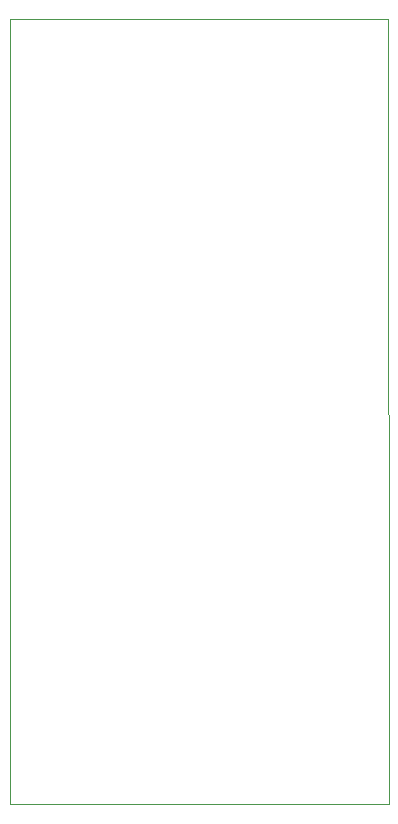
<source format=gm1>
G04 #@! TF.GenerationSoftware,KiCad,Pcbnew,(5.1.0)-1*
G04 #@! TF.CreationDate,2019-10-24T14:33:42-04:00*
G04 #@! TF.ProjectId,SCART to  VGA,53434152-5420-4746-9f20-205647412e6b,rev?*
G04 #@! TF.SameCoordinates,Original*
G04 #@! TF.FileFunction,Profile,NP*
%FSLAX46Y46*%
G04 Gerber Fmt 4.6, Leading zero omitted, Abs format (unit mm)*
G04 Created by KiCad (PCBNEW (5.1.0)-1) date 2019-10-24 14:33:42*
%MOMM*%
%LPD*%
G04 APERTURE LIST*
%ADD10C,0.050000*%
G04 APERTURE END LIST*
D10*
X105800000Y-71100000D02*
X105854500Y-137541000D01*
X73787000Y-137541000D02*
X105854500Y-137541000D01*
X105800000Y-71100000D02*
X73787000Y-71100000D01*
X73787000Y-71100000D02*
X73787000Y-137541000D01*
M02*

</source>
